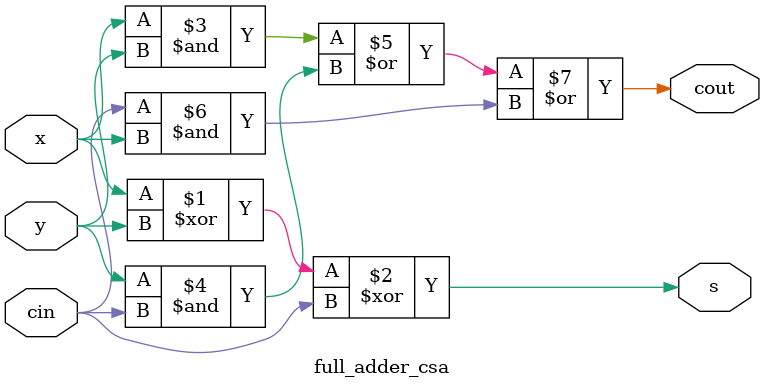
<source format=sv>
module carry_select_adder
(
    input   logic[15:0]     A,
    input   logic[15:0]     B,
    output  logic[15:0]     Sum,
    output  logic           CO
);

    /* TODO
     *
     * Insert code here to implement a carry select.
     * Your code should be completly combinational (don't use always_ff or always_latch).
     * Feel free to create sub-modules or other files. */

         logic C4, C8, C12, Cout;

      first_four_bit_csa FRA0(.x(A[3:0]), .y(B[3:0]), .cin(0), .s(Sum[3:0]), .cout(C4));
      four_bit_csa FRA1(.x(A[7:4]), .y(B[7:4]), .cin(C4), .s(Sum[7:4]), .cout(C8));
      four_bit_csa FRA2(.x(A[11:8]), .y(B[11:8]), .cin(C8), .s(Sum[11:8]), .cout(C12));
      four_bit_csa FRA3(.x(A[15:12]), .y(B[15:12]), .cin(C12), .s(Sum[15:12]), .cout(Cout));
            assign CO = Cout;

endmodule


module first_four_bit_csa(
                       input [3:0] x,
                       input [3:0] y,
                       input cin,
                       output logic [3:0] s,
                       output logic cout
                       );
                                             logic c0, c1, c2;

                          full_adder_csa fa0(.x(x[0]), .y(y[0]), .cin(cin), .s(s[0]), .cout(c0));
                          full_adder_csa fa1(.x(x[1]), .y(y[1]), .cin(c0), .s(s[1]), .cout(c1));
                          full_adder_csa fa2(.x(x[2]), .y(y[2]), .cin(c1), .s(s[2]), .cout(c2));
                          full_adder_csa fa3(.x(x[3]), .y(y[3]), .cin(c2), .s(s[3]), .cout(cout));


     endmodule




module four_bit_csa(
                       input [3:0] x,
                       input [3:0] y,
                       input cin,
                       output logic [3:0] s,
                       output logic cout
                       );

  logic c00, c01, c10, c11, c20, c21, cout0, cout1;
    logic [3:0] s0, s1;

         full_adder_csa fa0(.x(x[0]), .y(y[0]), .cin(0), . s(s0[0]), .cout(c00));
         full_adder_csa fa1(.x(x[1]), .y(y[1]), .cin(c00), .s(s0[1]), .cout(c10));
         full_adder_csa fa2(.x(x[2]), .y(y[2]), .cin(c10), .s(s0[2]), .cout(c20));
         full_adder_csa fa3(.x(x[3]), .y(y[3]), .cin(c20), .s(s0[3]), .cout(cout0));

            full_adder_csa fa0s(.x(x[0]), .y(y[0]), .cin(1), . s(s1[0]), .cout(c01));
             full_adder_csa fa1s(.x(x[1]), .y(y[1]), .cin(c01), .s(s1[1]), .cout(c11));
             full_adder_csa fa2s(.x(x[2]), .y(y[2]), .cin(c11), .s(s1[2]), .cout(c21));
             full_adder_csa fa3s(.x(x[3]), .y(y[3]), .cin(c21), .s(s1[3]), .cout(cout1));

       assign cout = (cin & cout1) | cout0;

      always_comb
            begin
                 if (cin == 1'b0)
                        s = s0;
                     else
                        s = s1;
            end


    endmodule




    module full_adder_csa(
                      input x,
                      input y,
                      input cin,
                      output logic s,
                      output logic cout
                     );
   assign s = x ^ y ^ cin;
   assign cout = (x&y) | (y&cin) | (cin&x);

   endmodule

</source>
